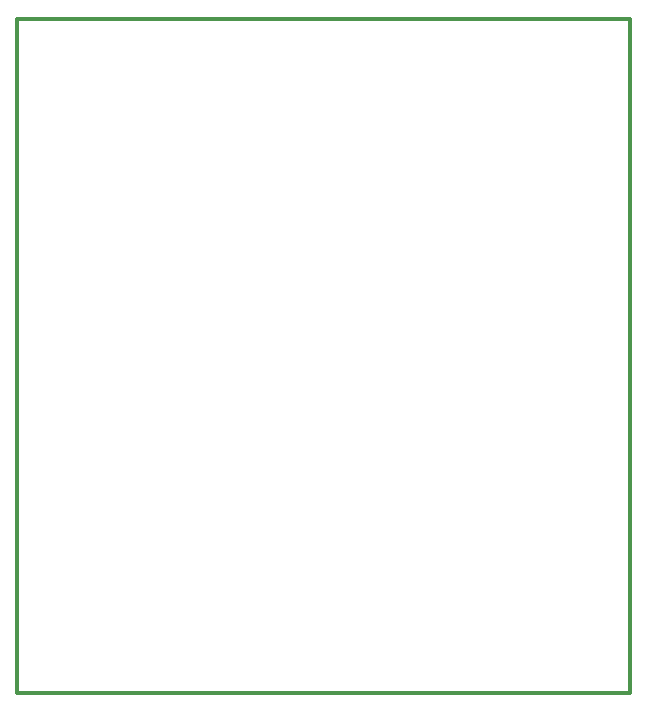
<source format=gko>
G04*
G04 #@! TF.GenerationSoftware,Altium Limited,Altium Designer,20.0.13 (296)*
G04*
G04 Layer_Color=16711935*
%FSLAX44Y44*%
%MOMM*%
G71*
G01*
G75*
%ADD14C,0.3000*%
D14*
X0Y0D02*
Y571250D01*
X519000D01*
X0Y0D02*
X519000D01*
X519000Y571250D02*
X519000Y0D01*
M02*

</source>
